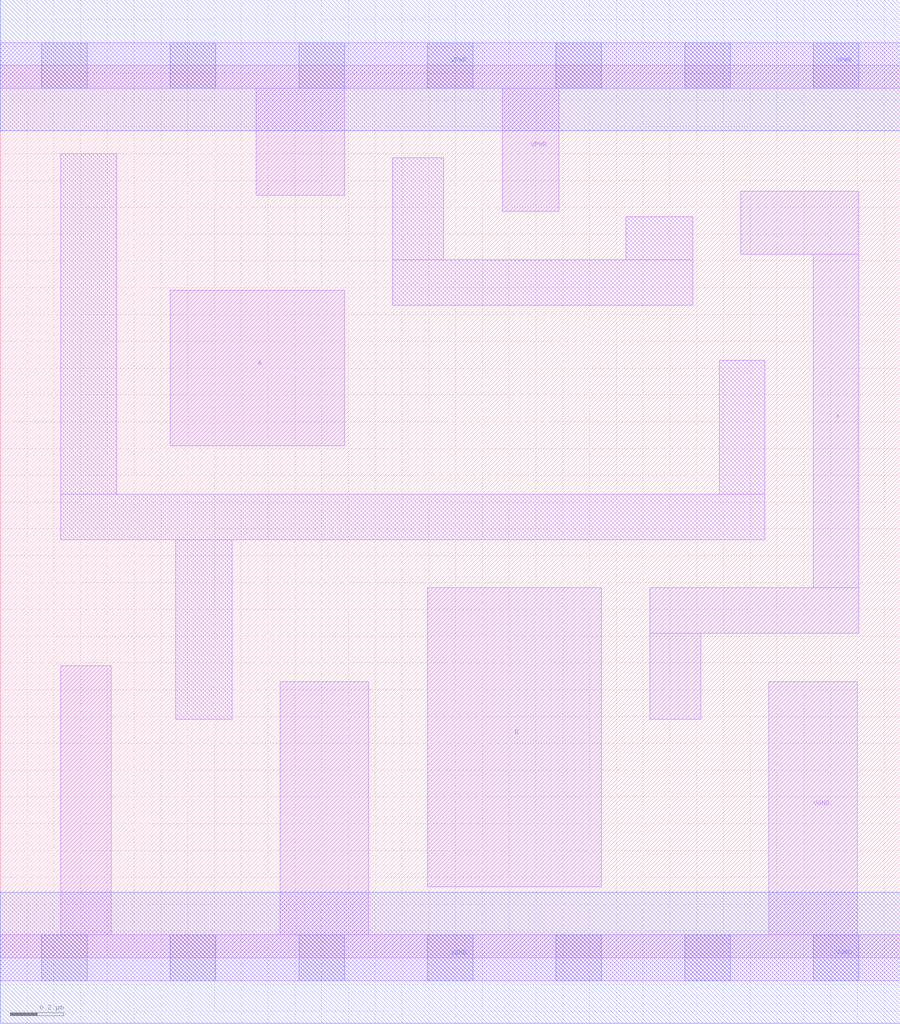
<source format=lef>
# Copyright 2020 The SkyWater PDK Authors
#
# Licensed under the Apache License, Version 2.0 (the "License");
# you may not use this file except in compliance with the License.
# You may obtain a copy of the License at
#
#     https://www.apache.org/licenses/LICENSE-2.0
#
# Unless required by applicable law or agreed to in writing, software
# distributed under the License is distributed on an "AS IS" BASIS,
# WITHOUT WARRANTIES OR CONDITIONS OF ANY KIND, either express or implied.
# See the License for the specific language governing permissions and
# limitations under the License.
#
# SPDX-License-Identifier: Apache-2.0

VERSION 5.7 ;
  NAMESCASESENSITIVE ON ;
  NOWIREEXTENSIONATPIN ON ;
  DIVIDERCHAR "/" ;
  BUSBITCHARS "[]" ;
UNITS
  DATABASE MICRONS 200 ;
END UNITS
MACRO sky130_fd_sc_lp__xor2_m
  CLASS CORE ;
  SOURCE USER ;
  FOREIGN sky130_fd_sc_lp__xor2_m ;
  ORIGIN  0.000000  0.000000 ;
  SIZE  3.360000 BY  3.330000 ;
  SYMMETRY X Y R90 ;
  SITE unit ;
  PIN A
    ANTENNAGATEAREA  0.252000 ;
    DIRECTION INPUT ;
    USE SIGNAL ;
    PORT
      LAYER li1 ;
        RECT 0.635000 1.910000 1.285000 2.490000 ;
    END
  END A
  PIN B
    ANTENNAGATEAREA  0.252000 ;
    DIRECTION INPUT ;
    USE SIGNAL ;
    PORT
      LAYER li1 ;
        RECT 1.595000 0.265000 2.245000 1.380000 ;
    END
  END B
  PIN X
    ANTENNADIFFAREA  0.323400 ;
    DIRECTION OUTPUT ;
    USE SIGNAL ;
    PORT
      LAYER li1 ;
        RECT 2.425000 0.890000 2.615000 1.210000 ;
        RECT 2.425000 1.210000 3.205000 1.380000 ;
        RECT 2.765000 2.625000 3.205000 2.860000 ;
        RECT 3.035000 1.380000 3.205000 2.625000 ;
    END
  END X
  PIN VGND
    DIRECTION INOUT ;
    USE GROUND ;
    PORT
      LAYER li1 ;
        RECT 0.000000 -0.085000 3.360000 0.085000 ;
        RECT 0.225000  0.085000 0.415000 1.090000 ;
        RECT 1.045000  0.085000 1.375000 1.030000 ;
        RECT 2.870000  0.085000 3.200000 1.030000 ;
      LAYER mcon ;
        RECT 0.155000 -0.085000 0.325000 0.085000 ;
        RECT 0.635000 -0.085000 0.805000 0.085000 ;
        RECT 1.115000 -0.085000 1.285000 0.085000 ;
        RECT 1.595000 -0.085000 1.765000 0.085000 ;
        RECT 2.075000 -0.085000 2.245000 0.085000 ;
        RECT 2.555000 -0.085000 2.725000 0.085000 ;
        RECT 3.035000 -0.085000 3.205000 0.085000 ;
      LAYER met1 ;
        RECT 0.000000 -0.245000 3.360000 0.245000 ;
    END
  END VGND
  PIN VPWR
    DIRECTION INOUT ;
    USE POWER ;
    PORT
      LAYER li1 ;
        RECT 0.000000 3.245000 3.360000 3.415000 ;
        RECT 0.955000 2.845000 1.285000 3.245000 ;
        RECT 1.875000 2.785000 2.085000 3.245000 ;
      LAYER mcon ;
        RECT 0.155000 3.245000 0.325000 3.415000 ;
        RECT 0.635000 3.245000 0.805000 3.415000 ;
        RECT 1.115000 3.245000 1.285000 3.415000 ;
        RECT 1.595000 3.245000 1.765000 3.415000 ;
        RECT 2.075000 3.245000 2.245000 3.415000 ;
        RECT 2.555000 3.245000 2.725000 3.415000 ;
        RECT 3.035000 3.245000 3.205000 3.415000 ;
      LAYER met1 ;
        RECT 0.000000 3.085000 3.360000 3.575000 ;
    END
  END VPWR
  OBS
    LAYER li1 ;
      RECT 0.225000 1.560000 2.855000 1.730000 ;
      RECT 0.225000 1.730000 0.435000 3.000000 ;
      RECT 0.655000 0.890000 0.865000 1.560000 ;
      RECT 1.465000 2.435000 2.585000 2.605000 ;
      RECT 1.465000 2.605000 1.655000 2.985000 ;
      RECT 2.335000 2.605000 2.585000 2.765000 ;
      RECT 2.685000 1.730000 2.855000 2.230000 ;
  END
END sky130_fd_sc_lp__xor2_m

</source>
